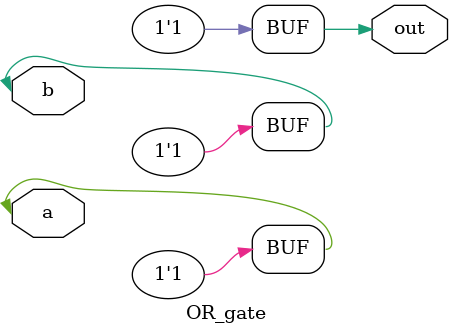
<source format=v>
`timescale 1ns / 1ps


module OR_gate(a,b,out);
input a,b;
output out;

assign a= 1;
assign b=1;
assign out = a | b;
endmodule

</source>
